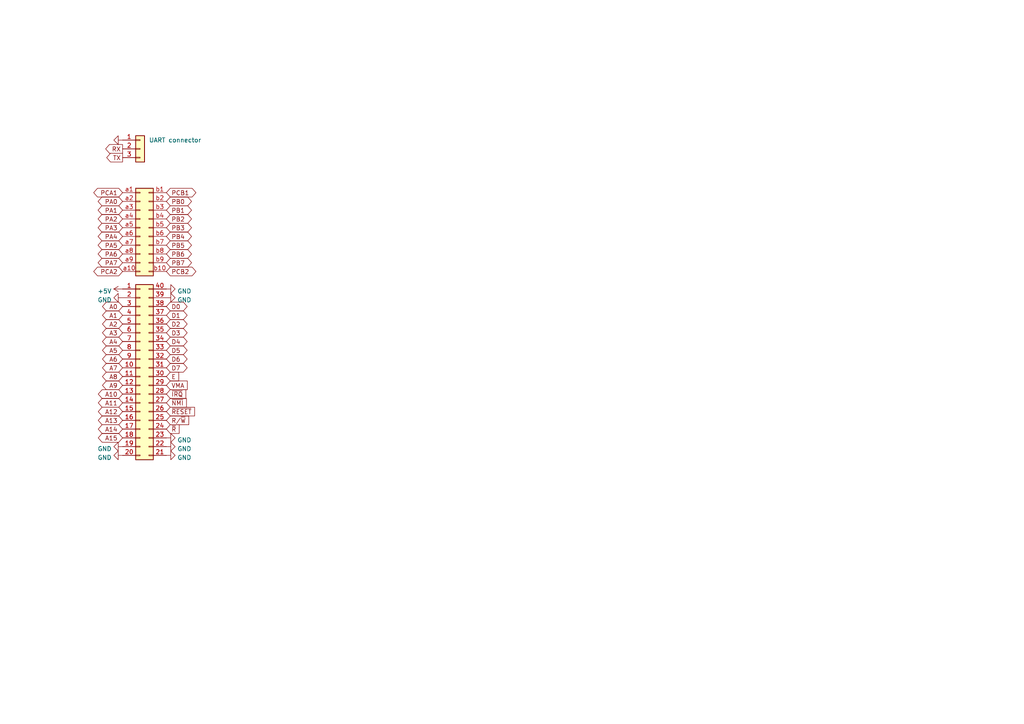
<source format=kicad_sch>
(kicad_sch (version 20230121) (generator eeschema)
  (paper "A4")
  (lib_symbols
    (symbol "Connector_Generic:Conn_01x03" (pin_names (offset 1.016) hide)
      (property "Reference" "J" (at 0 5.08 0))
      (property "Value" "Conn_01x03" (at 0 -5.08 0))
      (symbol "Conn_01x03_1_1"
        (rectangle (start -1.27 -2.413) (end 0 -2.667) (stroke (width 0.1524)))
        (rectangle (start -1.27 0.127) (end 0 -0.127) (stroke (width 0.1524)))
        (rectangle (start -1.27 2.667) (end 0 2.413) (stroke (width 0.1524)))
        (rectangle (start -1.27 3.81) (end 1.27 -3.81) (stroke (width 0.254)) (fill (type background)))
        (pin passive line (at -5.08 2.54 0) (length 3.81) (name "Pin_1") (number "1"))
        (pin passive line (at -5.08 0 0) (length 3.81) (name "Pin_2") (number "2"))
        (pin passive line (at -5.08 -2.54 0) (length 3.81) (name "Pin_3") (number "3"))
      )
    )
    (symbol "Connector_Generic:Conn_02x10_Row_Letter_First" (pin_names (offset 1.016) hide)
      (property "Reference" "J" (at 1.27 12.7 0))
      (property "Value" "Conn_02x10_Row_Letter_First" (at 1.27 -15.24 0))
      (symbol "Conn_02x10_Row_Letter_First_1_1"
        (rectangle (start -1.27 -12.573) (end 0 -12.827) (stroke (width 0.1524)))
        (rectangle (start -1.27 -10.033) (end 0 -10.287) (stroke (width 0.1524)))
        (rectangle (start -1.27 -7.493) (end 0 -7.747) (stroke (width 0.1524)))
        (rectangle (start -1.27 -4.953) (end 0 -5.207) (stroke (width 0.1524)))
        (rectangle (start -1.27 -2.413) (end 0 -2.667) (stroke (width 0.1524)))
        (rectangle (start -1.27 0.127) (end 0 -0.127) (stroke (width 0.1524)))
        (rectangle (start -1.27 2.667) (end 0 2.413) (stroke (width 0.1524)))
        (rectangle (start -1.27 5.207) (end 0 4.953) (stroke (width 0.1524)))
        (rectangle (start -1.27 7.747) (end 0 7.493) (stroke (width 0.1524)))
        (rectangle (start -1.27 10.287) (end 0 10.033) (stroke (width 0.1524)))
        (rectangle (start -1.27 11.43) (end 3.81 -13.97) (stroke (width 0.254)) (fill (type background)))
        (rectangle (start 3.81 -12.573) (end 2.54 -12.827) (stroke (width 0.1524)))
        (rectangle (start 3.81 -10.033) (end 2.54 -10.287) (stroke (width 0.1524)))
        (rectangle (start 3.81 -7.493) (end 2.54 -7.747) (stroke (width 0.1524)))
        (rectangle (start 3.81 -4.953) (end 2.54 -5.207) (stroke (width 0.1524)))
        (rectangle (start 3.81 -2.413) (end 2.54 -2.667) (stroke (width 0.1524)))
        (rectangle (start 3.81 0.127) (end 2.54 -0.127) (stroke (width 0.1524)))
        (rectangle (start 3.81 2.667) (end 2.54 2.413) (stroke (width 0.1524)))
        (rectangle (start 3.81 5.207) (end 2.54 4.953) (stroke (width 0.1524)))
        (rectangle (start 3.81 7.747) (end 2.54 7.493) (stroke (width 0.1524)))
        (rectangle (start 3.81 10.287) (end 2.54 10.033) (stroke (width 0.1524)))
        (pin passive line (at -5.08 10.16 0) (length 3.81) (name "Pin_a1") (number "a1"))
        (pin passive line (at -5.08 -12.7 0) (length 3.81) (name "Pin_a10") (number "a10"))
        (pin passive line (at -5.08 7.62 0) (length 3.81) (name "Pin_a2") (number "a2"))
        (pin passive line (at -5.08 5.08 0) (length 3.81) (name "Pin_a3") (number "a3"))
        (pin passive line (at -5.08 2.54 0) (length 3.81) (name "Pin_a4") (number "a4"))
        (pin passive line (at -5.08 0 0) (length 3.81) (name "Pin_a5") (number "a5"))
        (pin passive line (at -5.08 -2.54 0) (length 3.81) (name "Pin_a6") (number "a6"))
        (pin passive line (at -5.08 -5.08 0) (length 3.81) (name "Pin_a7") (number "a7"))
        (pin passive line (at -5.08 -7.62 0) (length 3.81) (name "Pin_a8") (number "a8"))
        (pin passive line (at -5.08 -10.16 0) (length 3.81) (name "Pin_a9") (number "a9"))
        (pin passive line (at 7.62 10.16 180) (length 3.81) (name "Pin_b1") (number "b1"))
        (pin passive line (at 7.62 -12.7 180) (length 3.81) (name "Pin_b10") (number "b10"))
        (pin passive line (at 7.62 7.62 180) (length 3.81) (name "Pin_b2") (number "b2"))
        (pin passive line (at 7.62 5.08 180) (length 3.81) (name "Pin_b3") (number "b3"))
        (pin passive line (at 7.62 2.54 180) (length 3.81) (name "Pin_b4") (number "b4"))
        (pin passive line (at 7.62 0 180) (length 3.81) (name "Pin_b5") (number "b5"))
        (pin passive line (at 7.62 -2.54 180) (length 3.81) (name "Pin_b6") (number "b6"))
        (pin passive line (at 7.62 -5.08 180) (length 3.81) (name "Pin_b7") (number "b7"))
        (pin passive line (at 7.62 -7.62 180) (length 3.81) (name "Pin_b8") (number "b8"))
        (pin passive line (at 7.62 -10.16 180) (length 3.81) (name "Pin_b9") (number "b9"))
      )
    )
    (symbol "Connector_Generic:Conn_02x20_Counter_Clockwise" (pin_names (offset 1.016) hide)
      (property "Reference" "J" (at 1.27 25.4 0))
      (property "Value" "Conn_02x20_Counter_Clockwise" (at 1.27 -27.94 0))
      (symbol "Conn_02x20_Counter_Clockwise_1_1"
        (rectangle (start -1.27 -25.273) (end 0 -25.527) (stroke (width 0.1524)))
        (rectangle (start -1.27 -22.733) (end 0 -22.987) (stroke (width 0.1524)))
        (rectangle (start -1.27 -20.193) (end 0 -20.447) (stroke (width 0.1524)))
        (rectangle (start -1.27 -17.653) (end 0 -17.907) (stroke (width 0.1524)))
        (rectangle (start -1.27 -15.113) (end 0 -15.367) (stroke (width 0.1524)))
        (rectangle (start -1.27 -12.573) (end 0 -12.827) (stroke (width 0.1524)))
        (rectangle (start -1.27 -10.033) (end 0 -10.287) (stroke (width 0.1524)))
        (rectangle (start -1.27 -7.493) (end 0 -7.747) (stroke (width 0.1524)))
        (rectangle (start -1.27 -4.953) (end 0 -5.207) (stroke (width 0.1524)))
        (rectangle (start -1.27 -2.413) (end 0 -2.667) (stroke (width 0.1524)))
        (rectangle (start -1.27 0.127) (end 0 -0.127) (stroke (width 0.1524)))
        (rectangle (start -1.27 2.667) (end 0 2.413) (stroke (width 0.1524)))
        (rectangle (start -1.27 5.207) (end 0 4.953) (stroke (width 0.1524)))
        (rectangle (start -1.27 7.747) (end 0 7.493) (stroke (width 0.1524)))
        (rectangle (start -1.27 10.287) (end 0 10.033) (stroke (width 0.1524)))
        (rectangle (start -1.27 12.827) (end 0 12.573) (stroke (width 0.1524)))
        (rectangle (start -1.27 15.367) (end 0 15.113) (stroke (width 0.1524)))
        (rectangle (start -1.27 17.907) (end 0 17.653) (stroke (width 0.1524)))
        (rectangle (start -1.27 20.447) (end 0 20.193) (stroke (width 0.1524)))
        (rectangle (start -1.27 22.987) (end 0 22.733) (stroke (width 0.1524)))
        (rectangle (start -1.27 24.13) (end 3.81 -26.67) (stroke (width 0.254)) (fill (type background)))
        (rectangle (start 3.81 -25.273) (end 2.54 -25.527) (stroke (width 0.1524)))
        (rectangle (start 3.81 -22.733) (end 2.54 -22.987) (stroke (width 0.1524)))
        (rectangle (start 3.81 -20.193) (end 2.54 -20.447) (stroke (width 0.1524)))
        (rectangle (start 3.81 -17.653) (end 2.54 -17.907) (stroke (width 0.1524)))
        (rectangle (start 3.81 -15.113) (end 2.54 -15.367) (stroke (width 0.1524)))
        (rectangle (start 3.81 -12.573) (end 2.54 -12.827) (stroke (width 0.1524)))
        (rectangle (start 3.81 -10.033) (end 2.54 -10.287) (stroke (width 0.1524)))
        (rectangle (start 3.81 -7.493) (end 2.54 -7.747) (stroke (width 0.1524)))
        (rectangle (start 3.81 -4.953) (end 2.54 -5.207) (stroke (width 0.1524)))
        (rectangle (start 3.81 -2.413) (end 2.54 -2.667) (stroke (width 0.1524)))
        (rectangle (start 3.81 0.127) (end 2.54 -0.127) (stroke (width 0.1524)))
        (rectangle (start 3.81 2.667) (end 2.54 2.413) (stroke (width 0.1524)))
        (rectangle (start 3.81 5.207) (end 2.54 4.953) (stroke (width 0.1524)))
        (rectangle (start 3.81 7.747) (end 2.54 7.493) (stroke (width 0.1524)))
        (rectangle (start 3.81 10.287) (end 2.54 10.033) (stroke (width 0.1524)))
        (rectangle (start 3.81 12.827) (end 2.54 12.573) (stroke (width 0.1524)))
        (rectangle (start 3.81 15.367) (end 2.54 15.113) (stroke (width 0.1524)))
        (rectangle (start 3.81 17.907) (end 2.54 17.653) (stroke (width 0.1524)))
        (rectangle (start 3.81 20.447) (end 2.54 20.193) (stroke (width 0.1524)))
        (rectangle (start 3.81 22.987) (end 2.54 22.733) (stroke (width 0.1524)))
        (pin passive line (at -5.08 22.86 0) (length 3.81) (name "Pin_1") (number "1"))
        (pin passive line (at -5.08 0 0) (length 3.81) (name "Pin_10") (number "10"))
        (pin passive line (at -5.08 -2.54 0) (length 3.81) (name "Pin_11") (number "11"))
        (pin passive line (at -5.08 -5.08 0) (length 3.81) (name "Pin_12") (number "12"))
        (pin passive line (at -5.08 -7.62 0) (length 3.81) (name "Pin_13") (number "13"))
        (pin passive line (at -5.08 -10.16 0) (length 3.81) (name "Pin_14") (number "14"))
        (pin passive line (at -5.08 -12.7 0) (length 3.81) (name "Pin_15") (number "15"))
        (pin passive line (at -5.08 -15.24 0) (length 3.81) (name "Pin_16") (number "16"))
        (pin passive line (at -5.08 -17.78 0) (length 3.81) (name "Pin_17") (number "17"))
        (pin passive line (at -5.08 -20.32 0) (length 3.81) (name "Pin_18") (number "18"))
        (pin passive line (at -5.08 -22.86 0) (length 3.81) (name "Pin_19") (number "19"))
        (pin passive line (at -5.08 20.32 0) (length 3.81) (name "Pin_2") (number "2"))
        (pin passive line (at -5.08 -25.4 0) (length 3.81) (name "Pin_20") (number "20"))
        (pin passive line (at 7.62 -25.4 180) (length 3.81) (name "Pin_21") (number "21"))
        (pin passive line (at 7.62 -22.86 180) (length 3.81) (name "Pin_22") (number "22"))
        (pin passive line (at 7.62 -20.32 180) (length 3.81) (name "Pin_23") (number "23"))
        (pin passive line (at 7.62 -17.78 180) (length 3.81) (name "Pin_24") (number "24"))
        (pin passive line (at 7.62 -15.24 180) (length 3.81) (name "Pin_25") (number "25"))
        (pin passive line (at 7.62 -12.7 180) (length 3.81) (name "Pin_26") (number "26"))
        (pin passive line (at 7.62 -10.16 180) (length 3.81) (name "Pin_27") (number "27"))
        (pin passive line (at 7.62 -7.62 180) (length 3.81) (name "Pin_28") (number "28"))
        (pin passive line (at 7.62 -5.08 180) (length 3.81) (name "Pin_29") (number "29"))
        (pin passive line (at -5.08 17.78 0) (length 3.81) (name "Pin_3") (number "3"))
        (pin passive line (at 7.62 -2.54 180) (length 3.81) (name "Pin_30") (number "30"))
        (pin passive line (at 7.62 0 180) (length 3.81) (name "Pin_31") (number "31"))
        (pin passive line (at 7.62 2.54 180) (length 3.81) (name "Pin_32") (number "32"))
        (pin passive line (at 7.62 5.08 180) (length 3.81) (name "Pin_33") (number "33"))
        (pin passive line (at 7.62 7.62 180) (length 3.81) (name "Pin_34") (number "34"))
        (pin passive line (at 7.62 10.16 180) (length 3.81) (name "Pin_35") (number "35"))
        (pin passive line (at 7.62 12.7 180) (length 3.81) (name "Pin_36") (number "36"))
        (pin passive line (at 7.62 15.24 180) (length 3.81) (name "Pin_37") (number "37"))
        (pin passive line (at 7.62 17.78 180) (length 3.81) (name "Pin_38") (number "38"))
        (pin passive line (at 7.62 20.32 180) (length 3.81) (name "Pin_39") (number "39"))
        (pin passive line (at -5.08 15.24 0) (length 3.81) (name "Pin_4") (number "4"))
        (pin passive line (at 7.62 22.86 180) (length 3.81) (name "Pin_40") (number "40"))
        (pin passive line (at -5.08 12.7 0) (length 3.81) (name "Pin_5") (number "5"))
        (pin passive line (at -5.08 10.16 0) (length 3.81) (name "Pin_6") (number "6"))
        (pin passive line (at -5.08 7.62 0) (length 3.81) (name "Pin_7") (number "7"))
        (pin passive line (at -5.08 5.08 0) (length 3.81) (name "Pin_8") (number "8"))
        (pin passive line (at -5.08 2.54 0) (length 3.81) (name "Pin_9") (number "9"))
      )
    )
    (symbol "GND_3" (power) (pin_names (offset 0))
      (property "Value" "GND_3" (at 0 -3.81 0))
      (symbol "GND_3_0_1"
        (polyline (pts (xy 0 0) (xy 0 -1.27) (xy 1.27 -1.27) (xy 0 -2.54) (xy -1.27 -1.27) (xy 0 -1.27)))
      )
      (symbol "GND_3_1_1"
        (pin power_in line (at 0 0 270) (length 0) hide (name "GND") (number "1"))
      )
    )
    (symbol "power:+5V" (power) (pin_names (offset 0))
      (property "Value" "+5V" (at 0 3.556 0))
      (symbol "+5V_0_1"
        (polyline (pts (xy -0.762 1.27) (xy 0 2.54)))
        (polyline (pts (xy 0 0) (xy 0 2.54)))
        (polyline (pts (xy 0 2.54) (xy 0.762 1.27)))
      )
      (symbol "+5V_1_1"
        (pin power_in line (at 0 0 90) (length 0) hide (name "+5V") (number "1"))
      )
    )
    (symbol "power:GND" (power) (pin_names (offset 0))
      (property "Value" "GND" (at 0 -3.81 0))
      (symbol "GND_0_1"
        (polyline (pts (xy 0 0) (xy 0 -1.27) (xy 1.27 -1.27) (xy 0 -2.54) (xy -1.27 -1.27) (xy 0 -1.27)))
      )
      (symbol "GND_1_1"
        (pin power_in line (at 0 0 270) (length 0) hide (name "GND") (number "1"))
      )
    )
  )
  (global_label "PA7" (shape bidirectional) (at 35.56 76.2 180) (property "Intersheetrefs" "${INTERSHEET_REFS}" (effects hide)))
  (global_label "PCA2" (shape bidirectional) (at 35.56 78.74 180) (property "Intersheetrefs" "${INTERSHEET_REFS}" (effects hide)))
  (global_label "PB1" (shape bidirectional) (at 48.26 60.96 0) (property "Intersheetrefs" "${INTERSHEET_REFS}" (effects hide)))
  (global_label "A5" (shape bidirectional) (at 35.56 101.6 180) (property "Intersheetrefs" "${INTERSHEET_REFS}" (effects hide)))
  (global_label "A11" (shape bidirectional) (at 35.56 116.84 180) (property "Intersheetrefs" "${INTERSHEET_REFS}" (effects hide)))
  (global_label "A14" (shape bidirectional) (at 35.56 124.46 180) (property "Intersheetrefs" "${INTERSHEET_REFS}" (effects hide)))
  (global_label "PA2" (shape bidirectional) (at 35.56 63.5 180) (property "Intersheetrefs" "${INTERSHEET_REFS}" (effects hide)))
  (global_label "D7" (shape bidirectional) (at 48.26 106.68 0) (property "Intersheetrefs" "${INTERSHEET_REFS}" (effects hide)))
  (global_label "PA4" (shape bidirectional) (at 35.56 68.58 180) (property "Intersheetrefs" "${INTERSHEET_REFS}" (effects hide)))
  (global_label "R{slash}~{W}" (shape input) (at 48.26 121.92 0) (property "Intersheetrefs" "${INTERSHEET_REFS}" (effects hide)))
  (global_label "A2" (shape bidirectional) (at 35.56 93.98 180) (property "Intersheetrefs" "${INTERSHEET_REFS}" (effects hide)))
  (global_label "PA3" (shape bidirectional) (at 35.56 66.04 180) (property "Intersheetrefs" "${INTERSHEET_REFS}" (effects hide)))
  (global_label "A12" (shape bidirectional) (at 35.56 119.38 180) (property "Intersheetrefs" "${INTERSHEET_REFS}" (effects hide)))
  (global_label "A7" (shape bidirectional) (at 35.56 106.68 180) (property "Intersheetrefs" "${INTERSHEET_REFS}" (effects hide)))
  (global_label "D5" (shape bidirectional) (at 48.26 101.6 0) (property "Intersheetrefs" "${INTERSHEET_REFS}" (effects hide)))
  (global_label "E" (shape input) (at 48.26 109.22 0) (property "Intersheetrefs" "${INTERSHEET_REFS}" (effects hide)))
  (global_label "A0" (shape bidirectional) (at 35.56 88.9 180) (property "Intersheetrefs" "${INTERSHEET_REFS}" (effects hide)))
  (global_label "PB6" (shape bidirectional) (at 48.26 73.66 0) (property "Intersheetrefs" "${INTERSHEET_REFS}" (effects hide)))
  (global_label "D2" (shape bidirectional) (at 48.26 93.98 0) (property "Intersheetrefs" "${INTERSHEET_REFS}" (effects hide)))
  (global_label "TX" (shape output) (at 35.56 45.72 180) (property "Intersheetrefs" "${INTERSHEET_REFS}" (effects hide)))
  (global_label "PB4" (shape bidirectional) (at 48.26 68.58 0) (property "Intersheetrefs" "${INTERSHEET_REFS}" (effects hide)))
  (global_label "~{RESET}" (shape input) (at 48.26 119.38 0) (property "Intersheetrefs" "${INTERSHEET_REFS}" (effects hide)))
  (global_label "A4" (shape bidirectional) (at 35.56 99.06 180) (property "Intersheetrefs" "${INTERSHEET_REFS}" (effects hide)))
  (global_label "D6" (shape bidirectional) (at 48.26 104.14 0) (property "Intersheetrefs" "${INTERSHEET_REFS}" (effects hide)))
  (global_label "D1" (shape bidirectional) (at 48.26 91.44 0) (property "Intersheetrefs" "${INTERSHEET_REFS}" (effects hide)))
  (global_label "A8" (shape bidirectional) (at 35.56 109.22 180) (property "Intersheetrefs" "${INTERSHEET_REFS}" (effects hide)))
  (global_label "D4" (shape bidirectional) (at 48.26 99.06 0) (property "Intersheetrefs" "${INTERSHEET_REFS}" (effects hide)))
  (global_label "VMA" (shape input) (at 48.26 111.76 0) (property "Intersheetrefs" "${INTERSHEET_REFS}" (effects hide)))
  (global_label "A13" (shape bidirectional) (at 35.56 121.92 180) (property "Intersheetrefs" "${INTERSHEET_REFS}" (effects hide)))
  (global_label "~{IRQ}" (shape input) (at 48.26 114.3 0) (property "Intersheetrefs" "${INTERSHEET_REFS}" (effects hide)))
  (global_label "PB0" (shape bidirectional) (at 48.26 58.42 0) (property "Intersheetrefs" "${INTERSHEET_REFS}" (effects hide)))
  (global_label "PA1" (shape bidirectional) (at 35.56 60.96 180) (property "Intersheetrefs" "${INTERSHEET_REFS}" (effects hide)))
  (global_label "PA0" (shape bidirectional) (at 35.56 58.42 180) (property "Intersheetrefs" "${INTERSHEET_REFS}" (effects hide)))
  (global_label "RX" (shape output) (at 35.56 43.18 180) (property "Intersheetrefs" "${INTERSHEET_REFS}" (effects hide)))
  (global_label "A6" (shape bidirectional) (at 35.56 104.14 180) (property "Intersheetrefs" "${INTERSHEET_REFS}" (effects hide)))
  (global_label "A10" (shape bidirectional) (at 35.56 114.3 180) (property "Intersheetrefs" "${INTERSHEET_REFS}" (effects hide)))
  (global_label "PCB1" (shape bidirectional) (at 48.26 55.88 0) (property "Intersheetrefs" "${INTERSHEET_REFS}" (effects hide)))
  (global_label "PA5" (shape bidirectional) (at 35.56 71.12 180) (property "Intersheetrefs" "${INTERSHEET_REFS}" (effects hide)))
  (global_label "A15" (shape bidirectional) (at 35.56 127 180) (property "Intersheetrefs" "${INTERSHEET_REFS}" (effects hide)))
  (global_label "PB5" (shape bidirectional) (at 48.26 71.12 0) (property "Intersheetrefs" "${INTERSHEET_REFS}" (effects hide)))
  (global_label "PCB2" (shape bidirectional) (at 48.26 78.74 0) (property "Intersheetrefs" "${INTERSHEET_REFS}" (effects hide)))
  (global_label "A3" (shape bidirectional) (at 35.56 96.52 180) (property "Intersheetrefs" "${INTERSHEET_REFS}" (effects hide)))
  (global_label "D3" (shape bidirectional) (at 48.26 96.52 0) (property "Intersheetrefs" "${INTERSHEET_REFS}" (effects hide)))
  (global_label "A9" (shape bidirectional) (at 35.56 111.76 180) (property "Intersheetrefs" "${INTERSHEET_REFS}" (effects hide)))
  (global_label "PCA1" (shape bidirectional) (at 35.56 55.88 180) (property "Intersheetrefs" "${INTERSHEET_REFS}" (effects hide)))
  (global_label "~{NMI}" (shape input) (at 48.26 116.84 0) (property "Intersheetrefs" "${INTERSHEET_REFS}" (effects hide)))
  (global_label "A1" (shape bidirectional) (at 35.56 91.44 180) (property "Intersheetrefs" "${INTERSHEET_REFS}" (effects hide)))
  (global_label "PB3" (shape bidirectional) (at 48.26 66.04 0) (property "Intersheetrefs" "${INTERSHEET_REFS}" (effects hide)))
  (global_label "D0" (shape bidirectional) (at 48.26 88.9 0) (property "Intersheetrefs" "${INTERSHEET_REFS}" (effects hide)))
  (global_label "PB7" (shape bidirectional) (at 48.26 76.2 0) (property "Intersheetrefs" "${INTERSHEET_REFS}" (effects hide)))
  (global_label "PA6" (shape bidirectional) (at 35.56 73.66 180) (property "Intersheetrefs" "${INTERSHEET_REFS}" (effects hide)))
  (global_label "~{R}" (shape input) (at 48.26 124.46 0) (property "Intersheetrefs" "${INTERSHEET_REFS}" (effects hide)))
  (global_label "PB2" (shape bidirectional) (at 48.26 63.5 0) (property "Intersheetrefs" "${INTERSHEET_REFS}" (effects hide)))
  (symbol (lib_id "Connector_Generic:Conn_01x03") (at 40.64 43.18 0) (unit 1)
    (property "Reference" "J?" (effects hide))
    (property "Value" "UART connector" (at 43.18 40.64 0) (effects (justify left)))
    (property "Footprint" "Connector_PinHeader_2.54mm:PinHeader_1x04_P2.54mm_Vertical" (effects hide))
    (instances (project "6802 v2" (path "" (reference "J?") (unit 1)) (path "" (reference "J1") (unit 1))))
  )
  (symbol (lib_id "power:GND") (at 48.26 127 90) (unit 1)
    (property "Reference" "#PWR04" (effects hide))
    (property "Value" "GND" (at 51.435 127.635 90) (effects (justify right)))
  )
  (symbol (lib_id "power:+5V") (at 35.56 83.82 90) (unit 1)
    (property "Reference" "#PWR01" (effects hide))
    (property "Value" "+5V" (at 32.385 84.455 90) (effects (justify left)))
  )
  (symbol (lib_id "power:GND") (at 35.56 129.54 270) (unit 1)
    (property "Reference" "#PWR037" (effects hide))
    (property "Value" "GND" (at 32.385 130.175 90) (effects (justify right)))
  )
  (symbol (lib_id "Connector_Generic:Conn_02x20_Counter_Clockwise") (at 40.64 106.68 0) (unit 1)
    (property "Reference" "J?" (effects hide))
    (property "Value" "Conn_02x16_Counter_Clockwise" (effects hide))
    (property "Footprint" "Connector_PinHeader_2.54mm:PinHeader_2x16_P2.54mm_Vertical" (effects hide))
  )
  (symbol (lib_id "Connector_Generic:Conn_02x10_Row_Letter_First") (at 40.64 66.04 0) (unit 1)
    (property "Reference" "J?" (effects hide))
    (property "Value" "Conn_02x08_Row_Letter_First" (effects hide))
    (property "Footprint" "Connector_PinHeader_2.54mm:PinHeader_2x08_P2.54mm_Vertical" (effects hide))
  )
  (symbol (lib_id "power:GND") (at 48.26 83.82 90) (unit 1)
    (property "Reference" "#PWR09" (effects hide))
    (property "Value" "GND" (at 51.435 84.455 90) (effects (justify right)))
  )
  (symbol (lib_id "power:GND") (at 48.26 86.36 90) (unit 1)
    (property "Reference" "#PWR035" (effects hide))
    (property "Value" "GND" (at 51.435 86.995 90) (effects (justify right)))
  )
  (symbol (lib_id "power:GND") (at 48.26 129.54 90) (unit 1)
    (property "Reference" "#PWR05" (effects hide))
    (property "Value" "GND" (at 51.435 130.175 90) (effects (justify right)))
  )
  (symbol (lib_id "power:GND") (at 48.26 132.08 90) (unit 1)
    (property "Reference" "#PWR07" (effects hide))
    (property "Value" "GND" (at 51.435 132.715 90) (effects (justify right)))
  )
  (symbol (lib_id "power:GND") (at 35.56 86.36 270) (unit 1)
    (property "Reference" "#PWR036" (effects hide))
    (property "Value" "GND" (at 32.385 86.995 90) (effects (justify right)))
  )
  (symbol (lib_name "GND_3") (lib_id "power:GND") (at 35.56 40.64 270) (unit 1)
    (property "Reference" "#PWR037" (effects hide))
    (property "Value" "GND" (effects hide))
    (instances (project "6802 v2" (path "" (reference "#PWR037") (unit 1)) (path "" (reference "#PWR02") (unit 1))))
  )
  (symbol (lib_id "power:GND") (at 35.56 132.08 270) (unit 1)
    (property "Reference" "#PWR038" (effects hide))
    (property "Value" "GND" (at 32.385 132.715 90) (effects (justify right)))
  )
)
</source>
